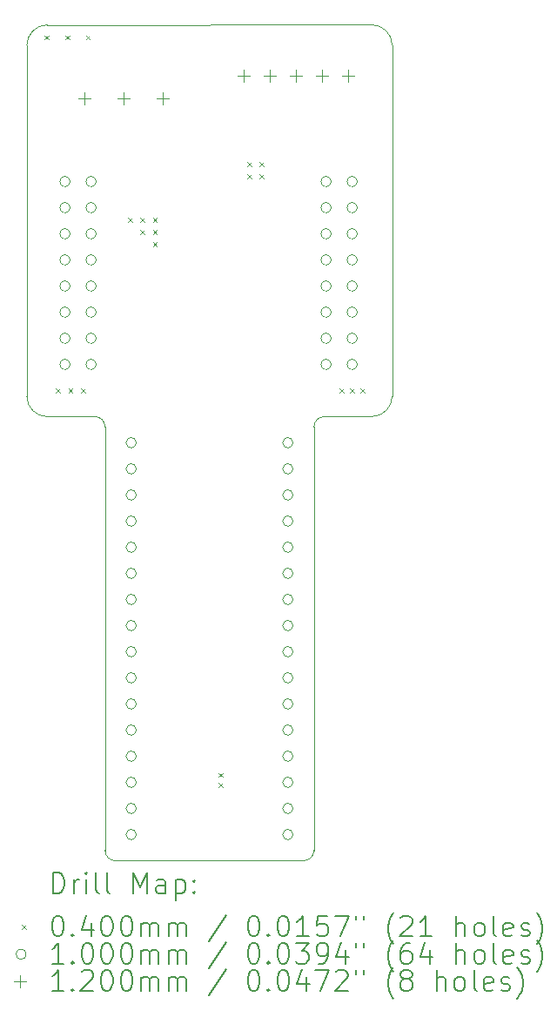
<source format=gbr>
%TF.GenerationSoftware,KiCad,Pcbnew,7.0.7-2.fc38*%
%TF.CreationDate,2024-02-23T01:30:49-08:00*%
%TF.ProjectId,SparrowBreadboardAdapter,53706172-726f-4774-9272-656164626f61,rev?*%
%TF.SameCoordinates,Original*%
%TF.FileFunction,Drillmap*%
%TF.FilePolarity,Positive*%
%FSLAX45Y45*%
G04 Gerber Fmt 4.5, Leading zero omitted, Abs format (unit mm)*
G04 Created by KiCad (PCBNEW 7.0.7-2.fc38) date 2024-02-23 01:30:49*
%MOMM*%
%LPD*%
G01*
G04 APERTURE LIST*
%ADD10C,0.100000*%
%ADD11C,0.200000*%
%ADD12C,0.040000*%
%ADD13C,0.120000*%
G04 APERTURE END LIST*
D10*
X13154000Y-4827000D02*
G75*
G03*
X12954000Y-5027000I0J-200000D01*
G01*
X16510000Y-5026000D02*
G75*
G03*
X16310000Y-4826000I-200000J0D01*
G01*
X16310000Y-8636000D02*
G75*
G03*
X16510000Y-8436000I0J200000D01*
G01*
X12954000Y-8436000D02*
G75*
G03*
X13154000Y-8636000I200000J0D01*
G01*
X13716000Y-8736000D02*
G75*
G03*
X13616000Y-8636000I-100000J0D01*
G01*
X15848000Y-8636000D02*
G75*
G03*
X15748000Y-8736000I0J-100000D01*
G01*
X13716000Y-12854000D02*
G75*
G03*
X13816000Y-12954000I100000J0D01*
G01*
X15648000Y-12954000D02*
G75*
G03*
X15748000Y-12854000I0J100000D01*
G01*
X16310000Y-4826000D02*
X13154000Y-4827000D01*
X16510000Y-5026000D02*
X16510000Y-8436000D01*
X12954000Y-8436000D02*
X12954000Y-5027000D01*
X13616000Y-8636000D02*
X13154000Y-8636000D01*
X15848000Y-8636000D02*
X16310000Y-8636000D01*
X15748000Y-8736000D02*
X15748000Y-12854000D01*
X13716000Y-12854000D02*
X13716000Y-8736000D01*
X15648000Y-12954000D02*
X13816000Y-12954000D01*
D11*
D12*
X13130000Y-4930000D02*
X13170000Y-4970000D01*
X13170000Y-4930000D02*
X13130000Y-4970000D01*
X13240000Y-8360000D02*
X13280000Y-8400000D01*
X13280000Y-8360000D02*
X13240000Y-8400000D01*
X13330000Y-4930000D02*
X13370000Y-4970000D01*
X13370000Y-4930000D02*
X13330000Y-4970000D01*
X13360000Y-8360000D02*
X13400000Y-8400000D01*
X13400000Y-8360000D02*
X13360000Y-8400000D01*
X13480000Y-8360000D02*
X13520000Y-8400000D01*
X13520000Y-8360000D02*
X13480000Y-8400000D01*
X13530000Y-4930000D02*
X13570000Y-4970000D01*
X13570000Y-4930000D02*
X13530000Y-4970000D01*
X13940000Y-6700000D02*
X13980000Y-6740000D01*
X13980000Y-6700000D02*
X13940000Y-6740000D01*
X14060000Y-6700000D02*
X14100000Y-6740000D01*
X14100000Y-6700000D02*
X14060000Y-6740000D01*
X14060000Y-6820000D02*
X14100000Y-6860000D01*
X14100000Y-6820000D02*
X14060000Y-6860000D01*
X14180000Y-6700000D02*
X14220000Y-6740000D01*
X14220000Y-6700000D02*
X14180000Y-6740000D01*
X14180000Y-6820000D02*
X14220000Y-6860000D01*
X14220000Y-6820000D02*
X14180000Y-6860000D01*
X14180000Y-6940000D02*
X14220000Y-6980000D01*
X14220000Y-6940000D02*
X14180000Y-6980000D01*
X14820000Y-12100000D02*
X14860000Y-12140000D01*
X14860000Y-12100000D02*
X14820000Y-12140000D01*
X14820000Y-12200000D02*
X14860000Y-12240000D01*
X14860000Y-12200000D02*
X14820000Y-12240000D01*
X15100000Y-6160000D02*
X15140000Y-6200000D01*
X15140000Y-6160000D02*
X15100000Y-6200000D01*
X15100000Y-6280000D02*
X15140000Y-6320000D01*
X15140000Y-6280000D02*
X15100000Y-6320000D01*
X15220000Y-6160000D02*
X15260000Y-6200000D01*
X15260000Y-6160000D02*
X15220000Y-6200000D01*
X15220000Y-6280000D02*
X15260000Y-6320000D01*
X15260000Y-6280000D02*
X15220000Y-6320000D01*
X16000000Y-8360000D02*
X16040000Y-8400000D01*
X16040000Y-8360000D02*
X16000000Y-8400000D01*
X16100000Y-8360000D02*
X16140000Y-8400000D01*
X16140000Y-8360000D02*
X16100000Y-8400000D01*
X16200000Y-8360000D02*
X16240000Y-8400000D01*
X16240000Y-8360000D02*
X16200000Y-8400000D01*
D10*
X13375000Y-6350000D02*
G75*
G03*
X13375000Y-6350000I-50000J0D01*
G01*
X13375000Y-6604000D02*
G75*
G03*
X13375000Y-6604000I-50000J0D01*
G01*
X13375000Y-6858000D02*
G75*
G03*
X13375000Y-6858000I-50000J0D01*
G01*
X13375000Y-7112000D02*
G75*
G03*
X13375000Y-7112000I-50000J0D01*
G01*
X13375000Y-7366000D02*
G75*
G03*
X13375000Y-7366000I-50000J0D01*
G01*
X13375000Y-7620000D02*
G75*
G03*
X13375000Y-7620000I-50000J0D01*
G01*
X13375000Y-7874000D02*
G75*
G03*
X13375000Y-7874000I-50000J0D01*
G01*
X13375000Y-8128000D02*
G75*
G03*
X13375000Y-8128000I-50000J0D01*
G01*
X13629000Y-6350000D02*
G75*
G03*
X13629000Y-6350000I-50000J0D01*
G01*
X13629000Y-6604000D02*
G75*
G03*
X13629000Y-6604000I-50000J0D01*
G01*
X13629000Y-6858000D02*
G75*
G03*
X13629000Y-6858000I-50000J0D01*
G01*
X13629000Y-7112000D02*
G75*
G03*
X13629000Y-7112000I-50000J0D01*
G01*
X13629000Y-7366000D02*
G75*
G03*
X13629000Y-7366000I-50000J0D01*
G01*
X13629000Y-7620000D02*
G75*
G03*
X13629000Y-7620000I-50000J0D01*
G01*
X13629000Y-7874000D02*
G75*
G03*
X13629000Y-7874000I-50000J0D01*
G01*
X13629000Y-8128000D02*
G75*
G03*
X13629000Y-8128000I-50000J0D01*
G01*
X14020000Y-8890000D02*
G75*
G03*
X14020000Y-8890000I-50000J0D01*
G01*
X14020000Y-9144000D02*
G75*
G03*
X14020000Y-9144000I-50000J0D01*
G01*
X14020000Y-9398000D02*
G75*
G03*
X14020000Y-9398000I-50000J0D01*
G01*
X14020000Y-9652000D02*
G75*
G03*
X14020000Y-9652000I-50000J0D01*
G01*
X14020000Y-9906000D02*
G75*
G03*
X14020000Y-9906000I-50000J0D01*
G01*
X14020000Y-10160000D02*
G75*
G03*
X14020000Y-10160000I-50000J0D01*
G01*
X14020000Y-10414000D02*
G75*
G03*
X14020000Y-10414000I-50000J0D01*
G01*
X14020000Y-10668000D02*
G75*
G03*
X14020000Y-10668000I-50000J0D01*
G01*
X14020000Y-10922000D02*
G75*
G03*
X14020000Y-10922000I-50000J0D01*
G01*
X14020000Y-11176000D02*
G75*
G03*
X14020000Y-11176000I-50000J0D01*
G01*
X14020000Y-11430000D02*
G75*
G03*
X14020000Y-11430000I-50000J0D01*
G01*
X14020000Y-11684000D02*
G75*
G03*
X14020000Y-11684000I-50000J0D01*
G01*
X14020000Y-11938000D02*
G75*
G03*
X14020000Y-11938000I-50000J0D01*
G01*
X14020000Y-12192000D02*
G75*
G03*
X14020000Y-12192000I-50000J0D01*
G01*
X14020000Y-12446000D02*
G75*
G03*
X14020000Y-12446000I-50000J0D01*
G01*
X14020000Y-12700000D02*
G75*
G03*
X14020000Y-12700000I-50000J0D01*
G01*
X15544000Y-8890000D02*
G75*
G03*
X15544000Y-8890000I-50000J0D01*
G01*
X15544000Y-9144000D02*
G75*
G03*
X15544000Y-9144000I-50000J0D01*
G01*
X15544000Y-9398000D02*
G75*
G03*
X15544000Y-9398000I-50000J0D01*
G01*
X15544000Y-9652000D02*
G75*
G03*
X15544000Y-9652000I-50000J0D01*
G01*
X15544000Y-9906000D02*
G75*
G03*
X15544000Y-9906000I-50000J0D01*
G01*
X15544000Y-10160000D02*
G75*
G03*
X15544000Y-10160000I-50000J0D01*
G01*
X15544000Y-10414000D02*
G75*
G03*
X15544000Y-10414000I-50000J0D01*
G01*
X15544000Y-10668000D02*
G75*
G03*
X15544000Y-10668000I-50000J0D01*
G01*
X15544000Y-10922000D02*
G75*
G03*
X15544000Y-10922000I-50000J0D01*
G01*
X15544000Y-11176000D02*
G75*
G03*
X15544000Y-11176000I-50000J0D01*
G01*
X15544000Y-11430000D02*
G75*
G03*
X15544000Y-11430000I-50000J0D01*
G01*
X15544000Y-11684000D02*
G75*
G03*
X15544000Y-11684000I-50000J0D01*
G01*
X15544000Y-11938000D02*
G75*
G03*
X15544000Y-11938000I-50000J0D01*
G01*
X15544000Y-12192000D02*
G75*
G03*
X15544000Y-12192000I-50000J0D01*
G01*
X15544000Y-12446000D02*
G75*
G03*
X15544000Y-12446000I-50000J0D01*
G01*
X15544000Y-12700000D02*
G75*
G03*
X15544000Y-12700000I-50000J0D01*
G01*
X15915000Y-6350000D02*
G75*
G03*
X15915000Y-6350000I-50000J0D01*
G01*
X15915000Y-6604000D02*
G75*
G03*
X15915000Y-6604000I-50000J0D01*
G01*
X15915000Y-6858000D02*
G75*
G03*
X15915000Y-6858000I-50000J0D01*
G01*
X15915000Y-7112000D02*
G75*
G03*
X15915000Y-7112000I-50000J0D01*
G01*
X15915000Y-7366000D02*
G75*
G03*
X15915000Y-7366000I-50000J0D01*
G01*
X15915000Y-7620000D02*
G75*
G03*
X15915000Y-7620000I-50000J0D01*
G01*
X15915000Y-7874000D02*
G75*
G03*
X15915000Y-7874000I-50000J0D01*
G01*
X15915000Y-8128000D02*
G75*
G03*
X15915000Y-8128000I-50000J0D01*
G01*
X16169000Y-6350000D02*
G75*
G03*
X16169000Y-6350000I-50000J0D01*
G01*
X16169000Y-6604000D02*
G75*
G03*
X16169000Y-6604000I-50000J0D01*
G01*
X16169000Y-6858000D02*
G75*
G03*
X16169000Y-6858000I-50000J0D01*
G01*
X16169000Y-7112000D02*
G75*
G03*
X16169000Y-7112000I-50000J0D01*
G01*
X16169000Y-7366000D02*
G75*
G03*
X16169000Y-7366000I-50000J0D01*
G01*
X16169000Y-7620000D02*
G75*
G03*
X16169000Y-7620000I-50000J0D01*
G01*
X16169000Y-7874000D02*
G75*
G03*
X16169000Y-7874000I-50000J0D01*
G01*
X16169000Y-8128000D02*
G75*
G03*
X16169000Y-8128000I-50000J0D01*
G01*
D13*
X13518000Y-5480000D02*
X13518000Y-5600000D01*
X13458000Y-5540000D02*
X13578000Y-5540000D01*
X13899000Y-5480000D02*
X13899000Y-5600000D01*
X13839000Y-5540000D02*
X13959000Y-5540000D01*
X14280000Y-5480000D02*
X14280000Y-5600000D01*
X14220000Y-5540000D02*
X14340000Y-5540000D01*
X15063998Y-5260000D02*
X15063998Y-5380000D01*
X15003998Y-5320000D02*
X15123998Y-5320000D01*
X15317998Y-5260000D02*
X15317998Y-5380000D01*
X15257998Y-5320000D02*
X15377998Y-5320000D01*
X15571999Y-5260000D02*
X15571999Y-5380000D01*
X15511999Y-5320000D02*
X15631999Y-5320000D01*
X15825999Y-5260000D02*
X15825999Y-5380000D01*
X15765999Y-5320000D02*
X15885999Y-5320000D01*
X16080000Y-5260000D02*
X16080000Y-5380000D01*
X16020000Y-5320000D02*
X16140000Y-5320000D01*
D11*
X13209777Y-13270484D02*
X13209777Y-13070484D01*
X13209777Y-13070484D02*
X13257396Y-13070484D01*
X13257396Y-13070484D02*
X13285967Y-13080008D01*
X13285967Y-13080008D02*
X13305015Y-13099055D01*
X13305015Y-13099055D02*
X13314539Y-13118103D01*
X13314539Y-13118103D02*
X13324062Y-13156198D01*
X13324062Y-13156198D02*
X13324062Y-13184769D01*
X13324062Y-13184769D02*
X13314539Y-13222865D01*
X13314539Y-13222865D02*
X13305015Y-13241912D01*
X13305015Y-13241912D02*
X13285967Y-13260960D01*
X13285967Y-13260960D02*
X13257396Y-13270484D01*
X13257396Y-13270484D02*
X13209777Y-13270484D01*
X13409777Y-13270484D02*
X13409777Y-13137150D01*
X13409777Y-13175246D02*
X13419301Y-13156198D01*
X13419301Y-13156198D02*
X13428824Y-13146674D01*
X13428824Y-13146674D02*
X13447872Y-13137150D01*
X13447872Y-13137150D02*
X13466920Y-13137150D01*
X13533586Y-13270484D02*
X13533586Y-13137150D01*
X13533586Y-13070484D02*
X13524062Y-13080008D01*
X13524062Y-13080008D02*
X13533586Y-13089531D01*
X13533586Y-13089531D02*
X13543110Y-13080008D01*
X13543110Y-13080008D02*
X13533586Y-13070484D01*
X13533586Y-13070484D02*
X13533586Y-13089531D01*
X13657396Y-13270484D02*
X13638348Y-13260960D01*
X13638348Y-13260960D02*
X13628824Y-13241912D01*
X13628824Y-13241912D02*
X13628824Y-13070484D01*
X13762158Y-13270484D02*
X13743110Y-13260960D01*
X13743110Y-13260960D02*
X13733586Y-13241912D01*
X13733586Y-13241912D02*
X13733586Y-13070484D01*
X13990729Y-13270484D02*
X13990729Y-13070484D01*
X13990729Y-13070484D02*
X14057396Y-13213341D01*
X14057396Y-13213341D02*
X14124062Y-13070484D01*
X14124062Y-13070484D02*
X14124062Y-13270484D01*
X14305015Y-13270484D02*
X14305015Y-13165722D01*
X14305015Y-13165722D02*
X14295491Y-13146674D01*
X14295491Y-13146674D02*
X14276443Y-13137150D01*
X14276443Y-13137150D02*
X14238348Y-13137150D01*
X14238348Y-13137150D02*
X14219301Y-13146674D01*
X14305015Y-13260960D02*
X14285967Y-13270484D01*
X14285967Y-13270484D02*
X14238348Y-13270484D01*
X14238348Y-13270484D02*
X14219301Y-13260960D01*
X14219301Y-13260960D02*
X14209777Y-13241912D01*
X14209777Y-13241912D02*
X14209777Y-13222865D01*
X14209777Y-13222865D02*
X14219301Y-13203817D01*
X14219301Y-13203817D02*
X14238348Y-13194293D01*
X14238348Y-13194293D02*
X14285967Y-13194293D01*
X14285967Y-13194293D02*
X14305015Y-13184769D01*
X14400253Y-13137150D02*
X14400253Y-13337150D01*
X14400253Y-13146674D02*
X14419301Y-13137150D01*
X14419301Y-13137150D02*
X14457396Y-13137150D01*
X14457396Y-13137150D02*
X14476443Y-13146674D01*
X14476443Y-13146674D02*
X14485967Y-13156198D01*
X14485967Y-13156198D02*
X14495491Y-13175246D01*
X14495491Y-13175246D02*
X14495491Y-13232388D01*
X14495491Y-13232388D02*
X14485967Y-13251436D01*
X14485967Y-13251436D02*
X14476443Y-13260960D01*
X14476443Y-13260960D02*
X14457396Y-13270484D01*
X14457396Y-13270484D02*
X14419301Y-13270484D01*
X14419301Y-13270484D02*
X14400253Y-13260960D01*
X14581205Y-13251436D02*
X14590729Y-13260960D01*
X14590729Y-13260960D02*
X14581205Y-13270484D01*
X14581205Y-13270484D02*
X14571682Y-13260960D01*
X14571682Y-13260960D02*
X14581205Y-13251436D01*
X14581205Y-13251436D02*
X14581205Y-13270484D01*
X14581205Y-13146674D02*
X14590729Y-13156198D01*
X14590729Y-13156198D02*
X14581205Y-13165722D01*
X14581205Y-13165722D02*
X14571682Y-13156198D01*
X14571682Y-13156198D02*
X14581205Y-13146674D01*
X14581205Y-13146674D02*
X14581205Y-13165722D01*
D12*
X12909000Y-13579000D02*
X12949000Y-13619000D01*
X12949000Y-13579000D02*
X12909000Y-13619000D01*
D11*
X13247872Y-13490484D02*
X13266920Y-13490484D01*
X13266920Y-13490484D02*
X13285967Y-13500008D01*
X13285967Y-13500008D02*
X13295491Y-13509531D01*
X13295491Y-13509531D02*
X13305015Y-13528579D01*
X13305015Y-13528579D02*
X13314539Y-13566674D01*
X13314539Y-13566674D02*
X13314539Y-13614293D01*
X13314539Y-13614293D02*
X13305015Y-13652388D01*
X13305015Y-13652388D02*
X13295491Y-13671436D01*
X13295491Y-13671436D02*
X13285967Y-13680960D01*
X13285967Y-13680960D02*
X13266920Y-13690484D01*
X13266920Y-13690484D02*
X13247872Y-13690484D01*
X13247872Y-13690484D02*
X13228824Y-13680960D01*
X13228824Y-13680960D02*
X13219301Y-13671436D01*
X13219301Y-13671436D02*
X13209777Y-13652388D01*
X13209777Y-13652388D02*
X13200253Y-13614293D01*
X13200253Y-13614293D02*
X13200253Y-13566674D01*
X13200253Y-13566674D02*
X13209777Y-13528579D01*
X13209777Y-13528579D02*
X13219301Y-13509531D01*
X13219301Y-13509531D02*
X13228824Y-13500008D01*
X13228824Y-13500008D02*
X13247872Y-13490484D01*
X13400253Y-13671436D02*
X13409777Y-13680960D01*
X13409777Y-13680960D02*
X13400253Y-13690484D01*
X13400253Y-13690484D02*
X13390729Y-13680960D01*
X13390729Y-13680960D02*
X13400253Y-13671436D01*
X13400253Y-13671436D02*
X13400253Y-13690484D01*
X13581205Y-13557150D02*
X13581205Y-13690484D01*
X13533586Y-13480960D02*
X13485967Y-13623817D01*
X13485967Y-13623817D02*
X13609777Y-13623817D01*
X13724062Y-13490484D02*
X13743110Y-13490484D01*
X13743110Y-13490484D02*
X13762158Y-13500008D01*
X13762158Y-13500008D02*
X13771682Y-13509531D01*
X13771682Y-13509531D02*
X13781205Y-13528579D01*
X13781205Y-13528579D02*
X13790729Y-13566674D01*
X13790729Y-13566674D02*
X13790729Y-13614293D01*
X13790729Y-13614293D02*
X13781205Y-13652388D01*
X13781205Y-13652388D02*
X13771682Y-13671436D01*
X13771682Y-13671436D02*
X13762158Y-13680960D01*
X13762158Y-13680960D02*
X13743110Y-13690484D01*
X13743110Y-13690484D02*
X13724062Y-13690484D01*
X13724062Y-13690484D02*
X13705015Y-13680960D01*
X13705015Y-13680960D02*
X13695491Y-13671436D01*
X13695491Y-13671436D02*
X13685967Y-13652388D01*
X13685967Y-13652388D02*
X13676443Y-13614293D01*
X13676443Y-13614293D02*
X13676443Y-13566674D01*
X13676443Y-13566674D02*
X13685967Y-13528579D01*
X13685967Y-13528579D02*
X13695491Y-13509531D01*
X13695491Y-13509531D02*
X13705015Y-13500008D01*
X13705015Y-13500008D02*
X13724062Y-13490484D01*
X13914539Y-13490484D02*
X13933586Y-13490484D01*
X13933586Y-13490484D02*
X13952634Y-13500008D01*
X13952634Y-13500008D02*
X13962158Y-13509531D01*
X13962158Y-13509531D02*
X13971682Y-13528579D01*
X13971682Y-13528579D02*
X13981205Y-13566674D01*
X13981205Y-13566674D02*
X13981205Y-13614293D01*
X13981205Y-13614293D02*
X13971682Y-13652388D01*
X13971682Y-13652388D02*
X13962158Y-13671436D01*
X13962158Y-13671436D02*
X13952634Y-13680960D01*
X13952634Y-13680960D02*
X13933586Y-13690484D01*
X13933586Y-13690484D02*
X13914539Y-13690484D01*
X13914539Y-13690484D02*
X13895491Y-13680960D01*
X13895491Y-13680960D02*
X13885967Y-13671436D01*
X13885967Y-13671436D02*
X13876443Y-13652388D01*
X13876443Y-13652388D02*
X13866920Y-13614293D01*
X13866920Y-13614293D02*
X13866920Y-13566674D01*
X13866920Y-13566674D02*
X13876443Y-13528579D01*
X13876443Y-13528579D02*
X13885967Y-13509531D01*
X13885967Y-13509531D02*
X13895491Y-13500008D01*
X13895491Y-13500008D02*
X13914539Y-13490484D01*
X14066920Y-13690484D02*
X14066920Y-13557150D01*
X14066920Y-13576198D02*
X14076443Y-13566674D01*
X14076443Y-13566674D02*
X14095491Y-13557150D01*
X14095491Y-13557150D02*
X14124063Y-13557150D01*
X14124063Y-13557150D02*
X14143110Y-13566674D01*
X14143110Y-13566674D02*
X14152634Y-13585722D01*
X14152634Y-13585722D02*
X14152634Y-13690484D01*
X14152634Y-13585722D02*
X14162158Y-13566674D01*
X14162158Y-13566674D02*
X14181205Y-13557150D01*
X14181205Y-13557150D02*
X14209777Y-13557150D01*
X14209777Y-13557150D02*
X14228824Y-13566674D01*
X14228824Y-13566674D02*
X14238348Y-13585722D01*
X14238348Y-13585722D02*
X14238348Y-13690484D01*
X14333586Y-13690484D02*
X14333586Y-13557150D01*
X14333586Y-13576198D02*
X14343110Y-13566674D01*
X14343110Y-13566674D02*
X14362158Y-13557150D01*
X14362158Y-13557150D02*
X14390729Y-13557150D01*
X14390729Y-13557150D02*
X14409777Y-13566674D01*
X14409777Y-13566674D02*
X14419301Y-13585722D01*
X14419301Y-13585722D02*
X14419301Y-13690484D01*
X14419301Y-13585722D02*
X14428824Y-13566674D01*
X14428824Y-13566674D02*
X14447872Y-13557150D01*
X14447872Y-13557150D02*
X14476443Y-13557150D01*
X14476443Y-13557150D02*
X14495491Y-13566674D01*
X14495491Y-13566674D02*
X14505015Y-13585722D01*
X14505015Y-13585722D02*
X14505015Y-13690484D01*
X14895491Y-13480960D02*
X14724063Y-13738103D01*
X15152634Y-13490484D02*
X15171682Y-13490484D01*
X15171682Y-13490484D02*
X15190729Y-13500008D01*
X15190729Y-13500008D02*
X15200253Y-13509531D01*
X15200253Y-13509531D02*
X15209777Y-13528579D01*
X15209777Y-13528579D02*
X15219301Y-13566674D01*
X15219301Y-13566674D02*
X15219301Y-13614293D01*
X15219301Y-13614293D02*
X15209777Y-13652388D01*
X15209777Y-13652388D02*
X15200253Y-13671436D01*
X15200253Y-13671436D02*
X15190729Y-13680960D01*
X15190729Y-13680960D02*
X15171682Y-13690484D01*
X15171682Y-13690484D02*
X15152634Y-13690484D01*
X15152634Y-13690484D02*
X15133586Y-13680960D01*
X15133586Y-13680960D02*
X15124063Y-13671436D01*
X15124063Y-13671436D02*
X15114539Y-13652388D01*
X15114539Y-13652388D02*
X15105015Y-13614293D01*
X15105015Y-13614293D02*
X15105015Y-13566674D01*
X15105015Y-13566674D02*
X15114539Y-13528579D01*
X15114539Y-13528579D02*
X15124063Y-13509531D01*
X15124063Y-13509531D02*
X15133586Y-13500008D01*
X15133586Y-13500008D02*
X15152634Y-13490484D01*
X15305015Y-13671436D02*
X15314539Y-13680960D01*
X15314539Y-13680960D02*
X15305015Y-13690484D01*
X15305015Y-13690484D02*
X15295491Y-13680960D01*
X15295491Y-13680960D02*
X15305015Y-13671436D01*
X15305015Y-13671436D02*
X15305015Y-13690484D01*
X15438348Y-13490484D02*
X15457396Y-13490484D01*
X15457396Y-13490484D02*
X15476444Y-13500008D01*
X15476444Y-13500008D02*
X15485967Y-13509531D01*
X15485967Y-13509531D02*
X15495491Y-13528579D01*
X15495491Y-13528579D02*
X15505015Y-13566674D01*
X15505015Y-13566674D02*
X15505015Y-13614293D01*
X15505015Y-13614293D02*
X15495491Y-13652388D01*
X15495491Y-13652388D02*
X15485967Y-13671436D01*
X15485967Y-13671436D02*
X15476444Y-13680960D01*
X15476444Y-13680960D02*
X15457396Y-13690484D01*
X15457396Y-13690484D02*
X15438348Y-13690484D01*
X15438348Y-13690484D02*
X15419301Y-13680960D01*
X15419301Y-13680960D02*
X15409777Y-13671436D01*
X15409777Y-13671436D02*
X15400253Y-13652388D01*
X15400253Y-13652388D02*
X15390729Y-13614293D01*
X15390729Y-13614293D02*
X15390729Y-13566674D01*
X15390729Y-13566674D02*
X15400253Y-13528579D01*
X15400253Y-13528579D02*
X15409777Y-13509531D01*
X15409777Y-13509531D02*
X15419301Y-13500008D01*
X15419301Y-13500008D02*
X15438348Y-13490484D01*
X15695491Y-13690484D02*
X15581206Y-13690484D01*
X15638348Y-13690484D02*
X15638348Y-13490484D01*
X15638348Y-13490484D02*
X15619301Y-13519055D01*
X15619301Y-13519055D02*
X15600253Y-13538103D01*
X15600253Y-13538103D02*
X15581206Y-13547627D01*
X15876444Y-13490484D02*
X15781206Y-13490484D01*
X15781206Y-13490484D02*
X15771682Y-13585722D01*
X15771682Y-13585722D02*
X15781206Y-13576198D01*
X15781206Y-13576198D02*
X15800253Y-13566674D01*
X15800253Y-13566674D02*
X15847872Y-13566674D01*
X15847872Y-13566674D02*
X15866920Y-13576198D01*
X15866920Y-13576198D02*
X15876444Y-13585722D01*
X15876444Y-13585722D02*
X15885967Y-13604769D01*
X15885967Y-13604769D02*
X15885967Y-13652388D01*
X15885967Y-13652388D02*
X15876444Y-13671436D01*
X15876444Y-13671436D02*
X15866920Y-13680960D01*
X15866920Y-13680960D02*
X15847872Y-13690484D01*
X15847872Y-13690484D02*
X15800253Y-13690484D01*
X15800253Y-13690484D02*
X15781206Y-13680960D01*
X15781206Y-13680960D02*
X15771682Y-13671436D01*
X15952634Y-13490484D02*
X16085967Y-13490484D01*
X16085967Y-13490484D02*
X16000253Y-13690484D01*
X16152634Y-13490484D02*
X16152634Y-13528579D01*
X16228825Y-13490484D02*
X16228825Y-13528579D01*
X16524063Y-13766674D02*
X16514539Y-13757150D01*
X16514539Y-13757150D02*
X16495491Y-13728579D01*
X16495491Y-13728579D02*
X16485968Y-13709531D01*
X16485968Y-13709531D02*
X16476444Y-13680960D01*
X16476444Y-13680960D02*
X16466920Y-13633341D01*
X16466920Y-13633341D02*
X16466920Y-13595246D01*
X16466920Y-13595246D02*
X16476444Y-13547627D01*
X16476444Y-13547627D02*
X16485968Y-13519055D01*
X16485968Y-13519055D02*
X16495491Y-13500008D01*
X16495491Y-13500008D02*
X16514539Y-13471436D01*
X16514539Y-13471436D02*
X16524063Y-13461912D01*
X16590729Y-13509531D02*
X16600253Y-13500008D01*
X16600253Y-13500008D02*
X16619301Y-13490484D01*
X16619301Y-13490484D02*
X16666920Y-13490484D01*
X16666920Y-13490484D02*
X16685968Y-13500008D01*
X16685968Y-13500008D02*
X16695491Y-13509531D01*
X16695491Y-13509531D02*
X16705015Y-13528579D01*
X16705015Y-13528579D02*
X16705015Y-13547627D01*
X16705015Y-13547627D02*
X16695491Y-13576198D01*
X16695491Y-13576198D02*
X16581206Y-13690484D01*
X16581206Y-13690484D02*
X16705015Y-13690484D01*
X16895491Y-13690484D02*
X16781206Y-13690484D01*
X16838349Y-13690484D02*
X16838349Y-13490484D01*
X16838349Y-13490484D02*
X16819301Y-13519055D01*
X16819301Y-13519055D02*
X16800253Y-13538103D01*
X16800253Y-13538103D02*
X16781206Y-13547627D01*
X17133587Y-13690484D02*
X17133587Y-13490484D01*
X17219301Y-13690484D02*
X17219301Y-13585722D01*
X17219301Y-13585722D02*
X17209777Y-13566674D01*
X17209777Y-13566674D02*
X17190730Y-13557150D01*
X17190730Y-13557150D02*
X17162158Y-13557150D01*
X17162158Y-13557150D02*
X17143111Y-13566674D01*
X17143111Y-13566674D02*
X17133587Y-13576198D01*
X17343111Y-13690484D02*
X17324063Y-13680960D01*
X17324063Y-13680960D02*
X17314539Y-13671436D01*
X17314539Y-13671436D02*
X17305015Y-13652388D01*
X17305015Y-13652388D02*
X17305015Y-13595246D01*
X17305015Y-13595246D02*
X17314539Y-13576198D01*
X17314539Y-13576198D02*
X17324063Y-13566674D01*
X17324063Y-13566674D02*
X17343111Y-13557150D01*
X17343111Y-13557150D02*
X17371682Y-13557150D01*
X17371682Y-13557150D02*
X17390730Y-13566674D01*
X17390730Y-13566674D02*
X17400253Y-13576198D01*
X17400253Y-13576198D02*
X17409777Y-13595246D01*
X17409777Y-13595246D02*
X17409777Y-13652388D01*
X17409777Y-13652388D02*
X17400253Y-13671436D01*
X17400253Y-13671436D02*
X17390730Y-13680960D01*
X17390730Y-13680960D02*
X17371682Y-13690484D01*
X17371682Y-13690484D02*
X17343111Y-13690484D01*
X17524063Y-13690484D02*
X17505015Y-13680960D01*
X17505015Y-13680960D02*
X17495492Y-13661912D01*
X17495492Y-13661912D02*
X17495492Y-13490484D01*
X17676444Y-13680960D02*
X17657396Y-13690484D01*
X17657396Y-13690484D02*
X17619301Y-13690484D01*
X17619301Y-13690484D02*
X17600253Y-13680960D01*
X17600253Y-13680960D02*
X17590730Y-13661912D01*
X17590730Y-13661912D02*
X17590730Y-13585722D01*
X17590730Y-13585722D02*
X17600253Y-13566674D01*
X17600253Y-13566674D02*
X17619301Y-13557150D01*
X17619301Y-13557150D02*
X17657396Y-13557150D01*
X17657396Y-13557150D02*
X17676444Y-13566674D01*
X17676444Y-13566674D02*
X17685968Y-13585722D01*
X17685968Y-13585722D02*
X17685968Y-13604769D01*
X17685968Y-13604769D02*
X17590730Y-13623817D01*
X17762158Y-13680960D02*
X17781206Y-13690484D01*
X17781206Y-13690484D02*
X17819301Y-13690484D01*
X17819301Y-13690484D02*
X17838349Y-13680960D01*
X17838349Y-13680960D02*
X17847873Y-13661912D01*
X17847873Y-13661912D02*
X17847873Y-13652388D01*
X17847873Y-13652388D02*
X17838349Y-13633341D01*
X17838349Y-13633341D02*
X17819301Y-13623817D01*
X17819301Y-13623817D02*
X17790730Y-13623817D01*
X17790730Y-13623817D02*
X17771682Y-13614293D01*
X17771682Y-13614293D02*
X17762158Y-13595246D01*
X17762158Y-13595246D02*
X17762158Y-13585722D01*
X17762158Y-13585722D02*
X17771682Y-13566674D01*
X17771682Y-13566674D02*
X17790730Y-13557150D01*
X17790730Y-13557150D02*
X17819301Y-13557150D01*
X17819301Y-13557150D02*
X17838349Y-13566674D01*
X17914539Y-13766674D02*
X17924063Y-13757150D01*
X17924063Y-13757150D02*
X17943111Y-13728579D01*
X17943111Y-13728579D02*
X17952634Y-13709531D01*
X17952634Y-13709531D02*
X17962158Y-13680960D01*
X17962158Y-13680960D02*
X17971682Y-13633341D01*
X17971682Y-13633341D02*
X17971682Y-13595246D01*
X17971682Y-13595246D02*
X17962158Y-13547627D01*
X17962158Y-13547627D02*
X17952634Y-13519055D01*
X17952634Y-13519055D02*
X17943111Y-13500008D01*
X17943111Y-13500008D02*
X17924063Y-13471436D01*
X17924063Y-13471436D02*
X17914539Y-13461912D01*
D10*
X12949000Y-13863000D02*
G75*
G03*
X12949000Y-13863000I-50000J0D01*
G01*
D11*
X13314539Y-13954484D02*
X13200253Y-13954484D01*
X13257396Y-13954484D02*
X13257396Y-13754484D01*
X13257396Y-13754484D02*
X13238348Y-13783055D01*
X13238348Y-13783055D02*
X13219301Y-13802103D01*
X13219301Y-13802103D02*
X13200253Y-13811627D01*
X13400253Y-13935436D02*
X13409777Y-13944960D01*
X13409777Y-13944960D02*
X13400253Y-13954484D01*
X13400253Y-13954484D02*
X13390729Y-13944960D01*
X13390729Y-13944960D02*
X13400253Y-13935436D01*
X13400253Y-13935436D02*
X13400253Y-13954484D01*
X13533586Y-13754484D02*
X13552634Y-13754484D01*
X13552634Y-13754484D02*
X13571682Y-13764008D01*
X13571682Y-13764008D02*
X13581205Y-13773531D01*
X13581205Y-13773531D02*
X13590729Y-13792579D01*
X13590729Y-13792579D02*
X13600253Y-13830674D01*
X13600253Y-13830674D02*
X13600253Y-13878293D01*
X13600253Y-13878293D02*
X13590729Y-13916388D01*
X13590729Y-13916388D02*
X13581205Y-13935436D01*
X13581205Y-13935436D02*
X13571682Y-13944960D01*
X13571682Y-13944960D02*
X13552634Y-13954484D01*
X13552634Y-13954484D02*
X13533586Y-13954484D01*
X13533586Y-13954484D02*
X13514539Y-13944960D01*
X13514539Y-13944960D02*
X13505015Y-13935436D01*
X13505015Y-13935436D02*
X13495491Y-13916388D01*
X13495491Y-13916388D02*
X13485967Y-13878293D01*
X13485967Y-13878293D02*
X13485967Y-13830674D01*
X13485967Y-13830674D02*
X13495491Y-13792579D01*
X13495491Y-13792579D02*
X13505015Y-13773531D01*
X13505015Y-13773531D02*
X13514539Y-13764008D01*
X13514539Y-13764008D02*
X13533586Y-13754484D01*
X13724062Y-13754484D02*
X13743110Y-13754484D01*
X13743110Y-13754484D02*
X13762158Y-13764008D01*
X13762158Y-13764008D02*
X13771682Y-13773531D01*
X13771682Y-13773531D02*
X13781205Y-13792579D01*
X13781205Y-13792579D02*
X13790729Y-13830674D01*
X13790729Y-13830674D02*
X13790729Y-13878293D01*
X13790729Y-13878293D02*
X13781205Y-13916388D01*
X13781205Y-13916388D02*
X13771682Y-13935436D01*
X13771682Y-13935436D02*
X13762158Y-13944960D01*
X13762158Y-13944960D02*
X13743110Y-13954484D01*
X13743110Y-13954484D02*
X13724062Y-13954484D01*
X13724062Y-13954484D02*
X13705015Y-13944960D01*
X13705015Y-13944960D02*
X13695491Y-13935436D01*
X13695491Y-13935436D02*
X13685967Y-13916388D01*
X13685967Y-13916388D02*
X13676443Y-13878293D01*
X13676443Y-13878293D02*
X13676443Y-13830674D01*
X13676443Y-13830674D02*
X13685967Y-13792579D01*
X13685967Y-13792579D02*
X13695491Y-13773531D01*
X13695491Y-13773531D02*
X13705015Y-13764008D01*
X13705015Y-13764008D02*
X13724062Y-13754484D01*
X13914539Y-13754484D02*
X13933586Y-13754484D01*
X13933586Y-13754484D02*
X13952634Y-13764008D01*
X13952634Y-13764008D02*
X13962158Y-13773531D01*
X13962158Y-13773531D02*
X13971682Y-13792579D01*
X13971682Y-13792579D02*
X13981205Y-13830674D01*
X13981205Y-13830674D02*
X13981205Y-13878293D01*
X13981205Y-13878293D02*
X13971682Y-13916388D01*
X13971682Y-13916388D02*
X13962158Y-13935436D01*
X13962158Y-13935436D02*
X13952634Y-13944960D01*
X13952634Y-13944960D02*
X13933586Y-13954484D01*
X13933586Y-13954484D02*
X13914539Y-13954484D01*
X13914539Y-13954484D02*
X13895491Y-13944960D01*
X13895491Y-13944960D02*
X13885967Y-13935436D01*
X13885967Y-13935436D02*
X13876443Y-13916388D01*
X13876443Y-13916388D02*
X13866920Y-13878293D01*
X13866920Y-13878293D02*
X13866920Y-13830674D01*
X13866920Y-13830674D02*
X13876443Y-13792579D01*
X13876443Y-13792579D02*
X13885967Y-13773531D01*
X13885967Y-13773531D02*
X13895491Y-13764008D01*
X13895491Y-13764008D02*
X13914539Y-13754484D01*
X14066920Y-13954484D02*
X14066920Y-13821150D01*
X14066920Y-13840198D02*
X14076443Y-13830674D01*
X14076443Y-13830674D02*
X14095491Y-13821150D01*
X14095491Y-13821150D02*
X14124063Y-13821150D01*
X14124063Y-13821150D02*
X14143110Y-13830674D01*
X14143110Y-13830674D02*
X14152634Y-13849722D01*
X14152634Y-13849722D02*
X14152634Y-13954484D01*
X14152634Y-13849722D02*
X14162158Y-13830674D01*
X14162158Y-13830674D02*
X14181205Y-13821150D01*
X14181205Y-13821150D02*
X14209777Y-13821150D01*
X14209777Y-13821150D02*
X14228824Y-13830674D01*
X14228824Y-13830674D02*
X14238348Y-13849722D01*
X14238348Y-13849722D02*
X14238348Y-13954484D01*
X14333586Y-13954484D02*
X14333586Y-13821150D01*
X14333586Y-13840198D02*
X14343110Y-13830674D01*
X14343110Y-13830674D02*
X14362158Y-13821150D01*
X14362158Y-13821150D02*
X14390729Y-13821150D01*
X14390729Y-13821150D02*
X14409777Y-13830674D01*
X14409777Y-13830674D02*
X14419301Y-13849722D01*
X14419301Y-13849722D02*
X14419301Y-13954484D01*
X14419301Y-13849722D02*
X14428824Y-13830674D01*
X14428824Y-13830674D02*
X14447872Y-13821150D01*
X14447872Y-13821150D02*
X14476443Y-13821150D01*
X14476443Y-13821150D02*
X14495491Y-13830674D01*
X14495491Y-13830674D02*
X14505015Y-13849722D01*
X14505015Y-13849722D02*
X14505015Y-13954484D01*
X14895491Y-13744960D02*
X14724063Y-14002103D01*
X15152634Y-13754484D02*
X15171682Y-13754484D01*
X15171682Y-13754484D02*
X15190729Y-13764008D01*
X15190729Y-13764008D02*
X15200253Y-13773531D01*
X15200253Y-13773531D02*
X15209777Y-13792579D01*
X15209777Y-13792579D02*
X15219301Y-13830674D01*
X15219301Y-13830674D02*
X15219301Y-13878293D01*
X15219301Y-13878293D02*
X15209777Y-13916388D01*
X15209777Y-13916388D02*
X15200253Y-13935436D01*
X15200253Y-13935436D02*
X15190729Y-13944960D01*
X15190729Y-13944960D02*
X15171682Y-13954484D01*
X15171682Y-13954484D02*
X15152634Y-13954484D01*
X15152634Y-13954484D02*
X15133586Y-13944960D01*
X15133586Y-13944960D02*
X15124063Y-13935436D01*
X15124063Y-13935436D02*
X15114539Y-13916388D01*
X15114539Y-13916388D02*
X15105015Y-13878293D01*
X15105015Y-13878293D02*
X15105015Y-13830674D01*
X15105015Y-13830674D02*
X15114539Y-13792579D01*
X15114539Y-13792579D02*
X15124063Y-13773531D01*
X15124063Y-13773531D02*
X15133586Y-13764008D01*
X15133586Y-13764008D02*
X15152634Y-13754484D01*
X15305015Y-13935436D02*
X15314539Y-13944960D01*
X15314539Y-13944960D02*
X15305015Y-13954484D01*
X15305015Y-13954484D02*
X15295491Y-13944960D01*
X15295491Y-13944960D02*
X15305015Y-13935436D01*
X15305015Y-13935436D02*
X15305015Y-13954484D01*
X15438348Y-13754484D02*
X15457396Y-13754484D01*
X15457396Y-13754484D02*
X15476444Y-13764008D01*
X15476444Y-13764008D02*
X15485967Y-13773531D01*
X15485967Y-13773531D02*
X15495491Y-13792579D01*
X15495491Y-13792579D02*
X15505015Y-13830674D01*
X15505015Y-13830674D02*
X15505015Y-13878293D01*
X15505015Y-13878293D02*
X15495491Y-13916388D01*
X15495491Y-13916388D02*
X15485967Y-13935436D01*
X15485967Y-13935436D02*
X15476444Y-13944960D01*
X15476444Y-13944960D02*
X15457396Y-13954484D01*
X15457396Y-13954484D02*
X15438348Y-13954484D01*
X15438348Y-13954484D02*
X15419301Y-13944960D01*
X15419301Y-13944960D02*
X15409777Y-13935436D01*
X15409777Y-13935436D02*
X15400253Y-13916388D01*
X15400253Y-13916388D02*
X15390729Y-13878293D01*
X15390729Y-13878293D02*
X15390729Y-13830674D01*
X15390729Y-13830674D02*
X15400253Y-13792579D01*
X15400253Y-13792579D02*
X15409777Y-13773531D01*
X15409777Y-13773531D02*
X15419301Y-13764008D01*
X15419301Y-13764008D02*
X15438348Y-13754484D01*
X15571682Y-13754484D02*
X15695491Y-13754484D01*
X15695491Y-13754484D02*
X15628825Y-13830674D01*
X15628825Y-13830674D02*
X15657396Y-13830674D01*
X15657396Y-13830674D02*
X15676444Y-13840198D01*
X15676444Y-13840198D02*
X15685967Y-13849722D01*
X15685967Y-13849722D02*
X15695491Y-13868769D01*
X15695491Y-13868769D02*
X15695491Y-13916388D01*
X15695491Y-13916388D02*
X15685967Y-13935436D01*
X15685967Y-13935436D02*
X15676444Y-13944960D01*
X15676444Y-13944960D02*
X15657396Y-13954484D01*
X15657396Y-13954484D02*
X15600253Y-13954484D01*
X15600253Y-13954484D02*
X15581206Y-13944960D01*
X15581206Y-13944960D02*
X15571682Y-13935436D01*
X15790729Y-13954484D02*
X15828825Y-13954484D01*
X15828825Y-13954484D02*
X15847872Y-13944960D01*
X15847872Y-13944960D02*
X15857396Y-13935436D01*
X15857396Y-13935436D02*
X15876444Y-13906865D01*
X15876444Y-13906865D02*
X15885967Y-13868769D01*
X15885967Y-13868769D02*
X15885967Y-13792579D01*
X15885967Y-13792579D02*
X15876444Y-13773531D01*
X15876444Y-13773531D02*
X15866920Y-13764008D01*
X15866920Y-13764008D02*
X15847872Y-13754484D01*
X15847872Y-13754484D02*
X15809777Y-13754484D01*
X15809777Y-13754484D02*
X15790729Y-13764008D01*
X15790729Y-13764008D02*
X15781206Y-13773531D01*
X15781206Y-13773531D02*
X15771682Y-13792579D01*
X15771682Y-13792579D02*
X15771682Y-13840198D01*
X15771682Y-13840198D02*
X15781206Y-13859246D01*
X15781206Y-13859246D02*
X15790729Y-13868769D01*
X15790729Y-13868769D02*
X15809777Y-13878293D01*
X15809777Y-13878293D02*
X15847872Y-13878293D01*
X15847872Y-13878293D02*
X15866920Y-13868769D01*
X15866920Y-13868769D02*
X15876444Y-13859246D01*
X15876444Y-13859246D02*
X15885967Y-13840198D01*
X16057396Y-13821150D02*
X16057396Y-13954484D01*
X16009777Y-13744960D02*
X15962158Y-13887817D01*
X15962158Y-13887817D02*
X16085967Y-13887817D01*
X16152634Y-13754484D02*
X16152634Y-13792579D01*
X16228825Y-13754484D02*
X16228825Y-13792579D01*
X16524063Y-14030674D02*
X16514539Y-14021150D01*
X16514539Y-14021150D02*
X16495491Y-13992579D01*
X16495491Y-13992579D02*
X16485968Y-13973531D01*
X16485968Y-13973531D02*
X16476444Y-13944960D01*
X16476444Y-13944960D02*
X16466920Y-13897341D01*
X16466920Y-13897341D02*
X16466920Y-13859246D01*
X16466920Y-13859246D02*
X16476444Y-13811627D01*
X16476444Y-13811627D02*
X16485968Y-13783055D01*
X16485968Y-13783055D02*
X16495491Y-13764008D01*
X16495491Y-13764008D02*
X16514539Y-13735436D01*
X16514539Y-13735436D02*
X16524063Y-13725912D01*
X16685968Y-13754484D02*
X16647872Y-13754484D01*
X16647872Y-13754484D02*
X16628825Y-13764008D01*
X16628825Y-13764008D02*
X16619301Y-13773531D01*
X16619301Y-13773531D02*
X16600253Y-13802103D01*
X16600253Y-13802103D02*
X16590729Y-13840198D01*
X16590729Y-13840198D02*
X16590729Y-13916388D01*
X16590729Y-13916388D02*
X16600253Y-13935436D01*
X16600253Y-13935436D02*
X16609777Y-13944960D01*
X16609777Y-13944960D02*
X16628825Y-13954484D01*
X16628825Y-13954484D02*
X16666920Y-13954484D01*
X16666920Y-13954484D02*
X16685968Y-13944960D01*
X16685968Y-13944960D02*
X16695491Y-13935436D01*
X16695491Y-13935436D02*
X16705015Y-13916388D01*
X16705015Y-13916388D02*
X16705015Y-13868769D01*
X16705015Y-13868769D02*
X16695491Y-13849722D01*
X16695491Y-13849722D02*
X16685968Y-13840198D01*
X16685968Y-13840198D02*
X16666920Y-13830674D01*
X16666920Y-13830674D02*
X16628825Y-13830674D01*
X16628825Y-13830674D02*
X16609777Y-13840198D01*
X16609777Y-13840198D02*
X16600253Y-13849722D01*
X16600253Y-13849722D02*
X16590729Y-13868769D01*
X16876444Y-13821150D02*
X16876444Y-13954484D01*
X16828825Y-13744960D02*
X16781206Y-13887817D01*
X16781206Y-13887817D02*
X16905015Y-13887817D01*
X17133587Y-13954484D02*
X17133587Y-13754484D01*
X17219301Y-13954484D02*
X17219301Y-13849722D01*
X17219301Y-13849722D02*
X17209777Y-13830674D01*
X17209777Y-13830674D02*
X17190730Y-13821150D01*
X17190730Y-13821150D02*
X17162158Y-13821150D01*
X17162158Y-13821150D02*
X17143111Y-13830674D01*
X17143111Y-13830674D02*
X17133587Y-13840198D01*
X17343111Y-13954484D02*
X17324063Y-13944960D01*
X17324063Y-13944960D02*
X17314539Y-13935436D01*
X17314539Y-13935436D02*
X17305015Y-13916388D01*
X17305015Y-13916388D02*
X17305015Y-13859246D01*
X17305015Y-13859246D02*
X17314539Y-13840198D01*
X17314539Y-13840198D02*
X17324063Y-13830674D01*
X17324063Y-13830674D02*
X17343111Y-13821150D01*
X17343111Y-13821150D02*
X17371682Y-13821150D01*
X17371682Y-13821150D02*
X17390730Y-13830674D01*
X17390730Y-13830674D02*
X17400253Y-13840198D01*
X17400253Y-13840198D02*
X17409777Y-13859246D01*
X17409777Y-13859246D02*
X17409777Y-13916388D01*
X17409777Y-13916388D02*
X17400253Y-13935436D01*
X17400253Y-13935436D02*
X17390730Y-13944960D01*
X17390730Y-13944960D02*
X17371682Y-13954484D01*
X17371682Y-13954484D02*
X17343111Y-13954484D01*
X17524063Y-13954484D02*
X17505015Y-13944960D01*
X17505015Y-13944960D02*
X17495492Y-13925912D01*
X17495492Y-13925912D02*
X17495492Y-13754484D01*
X17676444Y-13944960D02*
X17657396Y-13954484D01*
X17657396Y-13954484D02*
X17619301Y-13954484D01*
X17619301Y-13954484D02*
X17600253Y-13944960D01*
X17600253Y-13944960D02*
X17590730Y-13925912D01*
X17590730Y-13925912D02*
X17590730Y-13849722D01*
X17590730Y-13849722D02*
X17600253Y-13830674D01*
X17600253Y-13830674D02*
X17619301Y-13821150D01*
X17619301Y-13821150D02*
X17657396Y-13821150D01*
X17657396Y-13821150D02*
X17676444Y-13830674D01*
X17676444Y-13830674D02*
X17685968Y-13849722D01*
X17685968Y-13849722D02*
X17685968Y-13868769D01*
X17685968Y-13868769D02*
X17590730Y-13887817D01*
X17762158Y-13944960D02*
X17781206Y-13954484D01*
X17781206Y-13954484D02*
X17819301Y-13954484D01*
X17819301Y-13954484D02*
X17838349Y-13944960D01*
X17838349Y-13944960D02*
X17847873Y-13925912D01*
X17847873Y-13925912D02*
X17847873Y-13916388D01*
X17847873Y-13916388D02*
X17838349Y-13897341D01*
X17838349Y-13897341D02*
X17819301Y-13887817D01*
X17819301Y-13887817D02*
X17790730Y-13887817D01*
X17790730Y-13887817D02*
X17771682Y-13878293D01*
X17771682Y-13878293D02*
X17762158Y-13859246D01*
X17762158Y-13859246D02*
X17762158Y-13849722D01*
X17762158Y-13849722D02*
X17771682Y-13830674D01*
X17771682Y-13830674D02*
X17790730Y-13821150D01*
X17790730Y-13821150D02*
X17819301Y-13821150D01*
X17819301Y-13821150D02*
X17838349Y-13830674D01*
X17914539Y-14030674D02*
X17924063Y-14021150D01*
X17924063Y-14021150D02*
X17943111Y-13992579D01*
X17943111Y-13992579D02*
X17952634Y-13973531D01*
X17952634Y-13973531D02*
X17962158Y-13944960D01*
X17962158Y-13944960D02*
X17971682Y-13897341D01*
X17971682Y-13897341D02*
X17971682Y-13859246D01*
X17971682Y-13859246D02*
X17962158Y-13811627D01*
X17962158Y-13811627D02*
X17952634Y-13783055D01*
X17952634Y-13783055D02*
X17943111Y-13764008D01*
X17943111Y-13764008D02*
X17924063Y-13735436D01*
X17924063Y-13735436D02*
X17914539Y-13725912D01*
D13*
X12889000Y-14067000D02*
X12889000Y-14187000D01*
X12829000Y-14127000D02*
X12949000Y-14127000D01*
D11*
X13314539Y-14218484D02*
X13200253Y-14218484D01*
X13257396Y-14218484D02*
X13257396Y-14018484D01*
X13257396Y-14018484D02*
X13238348Y-14047055D01*
X13238348Y-14047055D02*
X13219301Y-14066103D01*
X13219301Y-14066103D02*
X13200253Y-14075627D01*
X13400253Y-14199436D02*
X13409777Y-14208960D01*
X13409777Y-14208960D02*
X13400253Y-14218484D01*
X13400253Y-14218484D02*
X13390729Y-14208960D01*
X13390729Y-14208960D02*
X13400253Y-14199436D01*
X13400253Y-14199436D02*
X13400253Y-14218484D01*
X13485967Y-14037531D02*
X13495491Y-14028008D01*
X13495491Y-14028008D02*
X13514539Y-14018484D01*
X13514539Y-14018484D02*
X13562158Y-14018484D01*
X13562158Y-14018484D02*
X13581205Y-14028008D01*
X13581205Y-14028008D02*
X13590729Y-14037531D01*
X13590729Y-14037531D02*
X13600253Y-14056579D01*
X13600253Y-14056579D02*
X13600253Y-14075627D01*
X13600253Y-14075627D02*
X13590729Y-14104198D01*
X13590729Y-14104198D02*
X13476443Y-14218484D01*
X13476443Y-14218484D02*
X13600253Y-14218484D01*
X13724062Y-14018484D02*
X13743110Y-14018484D01*
X13743110Y-14018484D02*
X13762158Y-14028008D01*
X13762158Y-14028008D02*
X13771682Y-14037531D01*
X13771682Y-14037531D02*
X13781205Y-14056579D01*
X13781205Y-14056579D02*
X13790729Y-14094674D01*
X13790729Y-14094674D02*
X13790729Y-14142293D01*
X13790729Y-14142293D02*
X13781205Y-14180388D01*
X13781205Y-14180388D02*
X13771682Y-14199436D01*
X13771682Y-14199436D02*
X13762158Y-14208960D01*
X13762158Y-14208960D02*
X13743110Y-14218484D01*
X13743110Y-14218484D02*
X13724062Y-14218484D01*
X13724062Y-14218484D02*
X13705015Y-14208960D01*
X13705015Y-14208960D02*
X13695491Y-14199436D01*
X13695491Y-14199436D02*
X13685967Y-14180388D01*
X13685967Y-14180388D02*
X13676443Y-14142293D01*
X13676443Y-14142293D02*
X13676443Y-14094674D01*
X13676443Y-14094674D02*
X13685967Y-14056579D01*
X13685967Y-14056579D02*
X13695491Y-14037531D01*
X13695491Y-14037531D02*
X13705015Y-14028008D01*
X13705015Y-14028008D02*
X13724062Y-14018484D01*
X13914539Y-14018484D02*
X13933586Y-14018484D01*
X13933586Y-14018484D02*
X13952634Y-14028008D01*
X13952634Y-14028008D02*
X13962158Y-14037531D01*
X13962158Y-14037531D02*
X13971682Y-14056579D01*
X13971682Y-14056579D02*
X13981205Y-14094674D01*
X13981205Y-14094674D02*
X13981205Y-14142293D01*
X13981205Y-14142293D02*
X13971682Y-14180388D01*
X13971682Y-14180388D02*
X13962158Y-14199436D01*
X13962158Y-14199436D02*
X13952634Y-14208960D01*
X13952634Y-14208960D02*
X13933586Y-14218484D01*
X13933586Y-14218484D02*
X13914539Y-14218484D01*
X13914539Y-14218484D02*
X13895491Y-14208960D01*
X13895491Y-14208960D02*
X13885967Y-14199436D01*
X13885967Y-14199436D02*
X13876443Y-14180388D01*
X13876443Y-14180388D02*
X13866920Y-14142293D01*
X13866920Y-14142293D02*
X13866920Y-14094674D01*
X13866920Y-14094674D02*
X13876443Y-14056579D01*
X13876443Y-14056579D02*
X13885967Y-14037531D01*
X13885967Y-14037531D02*
X13895491Y-14028008D01*
X13895491Y-14028008D02*
X13914539Y-14018484D01*
X14066920Y-14218484D02*
X14066920Y-14085150D01*
X14066920Y-14104198D02*
X14076443Y-14094674D01*
X14076443Y-14094674D02*
X14095491Y-14085150D01*
X14095491Y-14085150D02*
X14124063Y-14085150D01*
X14124063Y-14085150D02*
X14143110Y-14094674D01*
X14143110Y-14094674D02*
X14152634Y-14113722D01*
X14152634Y-14113722D02*
X14152634Y-14218484D01*
X14152634Y-14113722D02*
X14162158Y-14094674D01*
X14162158Y-14094674D02*
X14181205Y-14085150D01*
X14181205Y-14085150D02*
X14209777Y-14085150D01*
X14209777Y-14085150D02*
X14228824Y-14094674D01*
X14228824Y-14094674D02*
X14238348Y-14113722D01*
X14238348Y-14113722D02*
X14238348Y-14218484D01*
X14333586Y-14218484D02*
X14333586Y-14085150D01*
X14333586Y-14104198D02*
X14343110Y-14094674D01*
X14343110Y-14094674D02*
X14362158Y-14085150D01*
X14362158Y-14085150D02*
X14390729Y-14085150D01*
X14390729Y-14085150D02*
X14409777Y-14094674D01*
X14409777Y-14094674D02*
X14419301Y-14113722D01*
X14419301Y-14113722D02*
X14419301Y-14218484D01*
X14419301Y-14113722D02*
X14428824Y-14094674D01*
X14428824Y-14094674D02*
X14447872Y-14085150D01*
X14447872Y-14085150D02*
X14476443Y-14085150D01*
X14476443Y-14085150D02*
X14495491Y-14094674D01*
X14495491Y-14094674D02*
X14505015Y-14113722D01*
X14505015Y-14113722D02*
X14505015Y-14218484D01*
X14895491Y-14008960D02*
X14724063Y-14266103D01*
X15152634Y-14018484D02*
X15171682Y-14018484D01*
X15171682Y-14018484D02*
X15190729Y-14028008D01*
X15190729Y-14028008D02*
X15200253Y-14037531D01*
X15200253Y-14037531D02*
X15209777Y-14056579D01*
X15209777Y-14056579D02*
X15219301Y-14094674D01*
X15219301Y-14094674D02*
X15219301Y-14142293D01*
X15219301Y-14142293D02*
X15209777Y-14180388D01*
X15209777Y-14180388D02*
X15200253Y-14199436D01*
X15200253Y-14199436D02*
X15190729Y-14208960D01*
X15190729Y-14208960D02*
X15171682Y-14218484D01*
X15171682Y-14218484D02*
X15152634Y-14218484D01*
X15152634Y-14218484D02*
X15133586Y-14208960D01*
X15133586Y-14208960D02*
X15124063Y-14199436D01*
X15124063Y-14199436D02*
X15114539Y-14180388D01*
X15114539Y-14180388D02*
X15105015Y-14142293D01*
X15105015Y-14142293D02*
X15105015Y-14094674D01*
X15105015Y-14094674D02*
X15114539Y-14056579D01*
X15114539Y-14056579D02*
X15124063Y-14037531D01*
X15124063Y-14037531D02*
X15133586Y-14028008D01*
X15133586Y-14028008D02*
X15152634Y-14018484D01*
X15305015Y-14199436D02*
X15314539Y-14208960D01*
X15314539Y-14208960D02*
X15305015Y-14218484D01*
X15305015Y-14218484D02*
X15295491Y-14208960D01*
X15295491Y-14208960D02*
X15305015Y-14199436D01*
X15305015Y-14199436D02*
X15305015Y-14218484D01*
X15438348Y-14018484D02*
X15457396Y-14018484D01*
X15457396Y-14018484D02*
X15476444Y-14028008D01*
X15476444Y-14028008D02*
X15485967Y-14037531D01*
X15485967Y-14037531D02*
X15495491Y-14056579D01*
X15495491Y-14056579D02*
X15505015Y-14094674D01*
X15505015Y-14094674D02*
X15505015Y-14142293D01*
X15505015Y-14142293D02*
X15495491Y-14180388D01*
X15495491Y-14180388D02*
X15485967Y-14199436D01*
X15485967Y-14199436D02*
X15476444Y-14208960D01*
X15476444Y-14208960D02*
X15457396Y-14218484D01*
X15457396Y-14218484D02*
X15438348Y-14218484D01*
X15438348Y-14218484D02*
X15419301Y-14208960D01*
X15419301Y-14208960D02*
X15409777Y-14199436D01*
X15409777Y-14199436D02*
X15400253Y-14180388D01*
X15400253Y-14180388D02*
X15390729Y-14142293D01*
X15390729Y-14142293D02*
X15390729Y-14094674D01*
X15390729Y-14094674D02*
X15400253Y-14056579D01*
X15400253Y-14056579D02*
X15409777Y-14037531D01*
X15409777Y-14037531D02*
X15419301Y-14028008D01*
X15419301Y-14028008D02*
X15438348Y-14018484D01*
X15676444Y-14085150D02*
X15676444Y-14218484D01*
X15628825Y-14008960D02*
X15581206Y-14151817D01*
X15581206Y-14151817D02*
X15705015Y-14151817D01*
X15762158Y-14018484D02*
X15895491Y-14018484D01*
X15895491Y-14018484D02*
X15809777Y-14218484D01*
X15962158Y-14037531D02*
X15971682Y-14028008D01*
X15971682Y-14028008D02*
X15990729Y-14018484D01*
X15990729Y-14018484D02*
X16038348Y-14018484D01*
X16038348Y-14018484D02*
X16057396Y-14028008D01*
X16057396Y-14028008D02*
X16066920Y-14037531D01*
X16066920Y-14037531D02*
X16076444Y-14056579D01*
X16076444Y-14056579D02*
X16076444Y-14075627D01*
X16076444Y-14075627D02*
X16066920Y-14104198D01*
X16066920Y-14104198D02*
X15952634Y-14218484D01*
X15952634Y-14218484D02*
X16076444Y-14218484D01*
X16152634Y-14018484D02*
X16152634Y-14056579D01*
X16228825Y-14018484D02*
X16228825Y-14056579D01*
X16524063Y-14294674D02*
X16514539Y-14285150D01*
X16514539Y-14285150D02*
X16495491Y-14256579D01*
X16495491Y-14256579D02*
X16485968Y-14237531D01*
X16485968Y-14237531D02*
X16476444Y-14208960D01*
X16476444Y-14208960D02*
X16466920Y-14161341D01*
X16466920Y-14161341D02*
X16466920Y-14123246D01*
X16466920Y-14123246D02*
X16476444Y-14075627D01*
X16476444Y-14075627D02*
X16485968Y-14047055D01*
X16485968Y-14047055D02*
X16495491Y-14028008D01*
X16495491Y-14028008D02*
X16514539Y-13999436D01*
X16514539Y-13999436D02*
X16524063Y-13989912D01*
X16628825Y-14104198D02*
X16609777Y-14094674D01*
X16609777Y-14094674D02*
X16600253Y-14085150D01*
X16600253Y-14085150D02*
X16590729Y-14066103D01*
X16590729Y-14066103D02*
X16590729Y-14056579D01*
X16590729Y-14056579D02*
X16600253Y-14037531D01*
X16600253Y-14037531D02*
X16609777Y-14028008D01*
X16609777Y-14028008D02*
X16628825Y-14018484D01*
X16628825Y-14018484D02*
X16666920Y-14018484D01*
X16666920Y-14018484D02*
X16685968Y-14028008D01*
X16685968Y-14028008D02*
X16695491Y-14037531D01*
X16695491Y-14037531D02*
X16705015Y-14056579D01*
X16705015Y-14056579D02*
X16705015Y-14066103D01*
X16705015Y-14066103D02*
X16695491Y-14085150D01*
X16695491Y-14085150D02*
X16685968Y-14094674D01*
X16685968Y-14094674D02*
X16666920Y-14104198D01*
X16666920Y-14104198D02*
X16628825Y-14104198D01*
X16628825Y-14104198D02*
X16609777Y-14113722D01*
X16609777Y-14113722D02*
X16600253Y-14123246D01*
X16600253Y-14123246D02*
X16590729Y-14142293D01*
X16590729Y-14142293D02*
X16590729Y-14180388D01*
X16590729Y-14180388D02*
X16600253Y-14199436D01*
X16600253Y-14199436D02*
X16609777Y-14208960D01*
X16609777Y-14208960D02*
X16628825Y-14218484D01*
X16628825Y-14218484D02*
X16666920Y-14218484D01*
X16666920Y-14218484D02*
X16685968Y-14208960D01*
X16685968Y-14208960D02*
X16695491Y-14199436D01*
X16695491Y-14199436D02*
X16705015Y-14180388D01*
X16705015Y-14180388D02*
X16705015Y-14142293D01*
X16705015Y-14142293D02*
X16695491Y-14123246D01*
X16695491Y-14123246D02*
X16685968Y-14113722D01*
X16685968Y-14113722D02*
X16666920Y-14104198D01*
X16943111Y-14218484D02*
X16943111Y-14018484D01*
X17028825Y-14218484D02*
X17028825Y-14113722D01*
X17028825Y-14113722D02*
X17019301Y-14094674D01*
X17019301Y-14094674D02*
X17000253Y-14085150D01*
X17000253Y-14085150D02*
X16971682Y-14085150D01*
X16971682Y-14085150D02*
X16952634Y-14094674D01*
X16952634Y-14094674D02*
X16943111Y-14104198D01*
X17152634Y-14218484D02*
X17133587Y-14208960D01*
X17133587Y-14208960D02*
X17124063Y-14199436D01*
X17124063Y-14199436D02*
X17114539Y-14180388D01*
X17114539Y-14180388D02*
X17114539Y-14123246D01*
X17114539Y-14123246D02*
X17124063Y-14104198D01*
X17124063Y-14104198D02*
X17133587Y-14094674D01*
X17133587Y-14094674D02*
X17152634Y-14085150D01*
X17152634Y-14085150D02*
X17181206Y-14085150D01*
X17181206Y-14085150D02*
X17200253Y-14094674D01*
X17200253Y-14094674D02*
X17209777Y-14104198D01*
X17209777Y-14104198D02*
X17219301Y-14123246D01*
X17219301Y-14123246D02*
X17219301Y-14180388D01*
X17219301Y-14180388D02*
X17209777Y-14199436D01*
X17209777Y-14199436D02*
X17200253Y-14208960D01*
X17200253Y-14208960D02*
X17181206Y-14218484D01*
X17181206Y-14218484D02*
X17152634Y-14218484D01*
X17333587Y-14218484D02*
X17314539Y-14208960D01*
X17314539Y-14208960D02*
X17305015Y-14189912D01*
X17305015Y-14189912D02*
X17305015Y-14018484D01*
X17485968Y-14208960D02*
X17466920Y-14218484D01*
X17466920Y-14218484D02*
X17428825Y-14218484D01*
X17428825Y-14218484D02*
X17409777Y-14208960D01*
X17409777Y-14208960D02*
X17400253Y-14189912D01*
X17400253Y-14189912D02*
X17400253Y-14113722D01*
X17400253Y-14113722D02*
X17409777Y-14094674D01*
X17409777Y-14094674D02*
X17428825Y-14085150D01*
X17428825Y-14085150D02*
X17466920Y-14085150D01*
X17466920Y-14085150D02*
X17485968Y-14094674D01*
X17485968Y-14094674D02*
X17495492Y-14113722D01*
X17495492Y-14113722D02*
X17495492Y-14132769D01*
X17495492Y-14132769D02*
X17400253Y-14151817D01*
X17571682Y-14208960D02*
X17590730Y-14218484D01*
X17590730Y-14218484D02*
X17628825Y-14218484D01*
X17628825Y-14218484D02*
X17647873Y-14208960D01*
X17647873Y-14208960D02*
X17657396Y-14189912D01*
X17657396Y-14189912D02*
X17657396Y-14180388D01*
X17657396Y-14180388D02*
X17647873Y-14161341D01*
X17647873Y-14161341D02*
X17628825Y-14151817D01*
X17628825Y-14151817D02*
X17600253Y-14151817D01*
X17600253Y-14151817D02*
X17581206Y-14142293D01*
X17581206Y-14142293D02*
X17571682Y-14123246D01*
X17571682Y-14123246D02*
X17571682Y-14113722D01*
X17571682Y-14113722D02*
X17581206Y-14094674D01*
X17581206Y-14094674D02*
X17600253Y-14085150D01*
X17600253Y-14085150D02*
X17628825Y-14085150D01*
X17628825Y-14085150D02*
X17647873Y-14094674D01*
X17724063Y-14294674D02*
X17733587Y-14285150D01*
X17733587Y-14285150D02*
X17752634Y-14256579D01*
X17752634Y-14256579D02*
X17762158Y-14237531D01*
X17762158Y-14237531D02*
X17771682Y-14208960D01*
X17771682Y-14208960D02*
X17781206Y-14161341D01*
X17781206Y-14161341D02*
X17781206Y-14123246D01*
X17781206Y-14123246D02*
X17771682Y-14075627D01*
X17771682Y-14075627D02*
X17762158Y-14047055D01*
X17762158Y-14047055D02*
X17752634Y-14028008D01*
X17752634Y-14028008D02*
X17733587Y-13999436D01*
X17733587Y-13999436D02*
X17724063Y-13989912D01*
M02*

</source>
